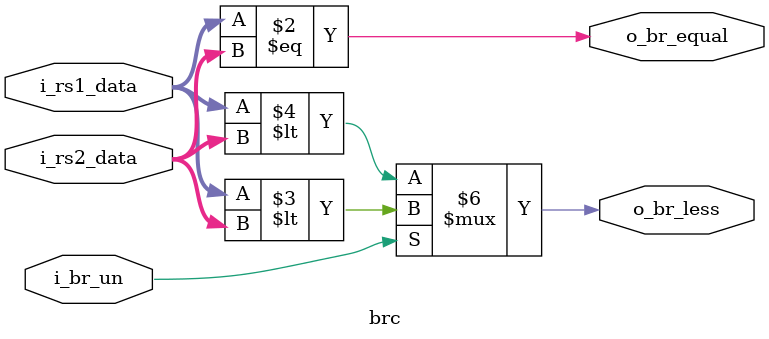
<source format=sv>
module brc (
  input  logic [31:0] i_rs1_data,   // Data from the first register
  input  logic [31:0] i_rs2_data,   // Data from the second register
  input  logic        i_br_un   ,   // Comparison mode: 1 if unsigned, 0 if signed
  output logic        o_br_less ,   // Output is 1 if rs1 < rs2
  output logic        o_br_equal    // Output is 1 if rs1 == rs2
);

  always_comb begin
    // Kiểm tra bằng nhau
    o_br_equal = (i_rs1_data == i_rs2_data);

    // Kiểm tra nhỏ hơn
    if (i_br_un) begin
      // So sánh kiểu UNSIGNED
      o_br_less = (i_rs1_data < i_rs2_data);
    end else begin
      // So sánh kiểu SIGNED
      o_br_less = ($signed(i_rs1_data) < $signed(i_rs2_data));
    end
  end

endmodule

</source>
